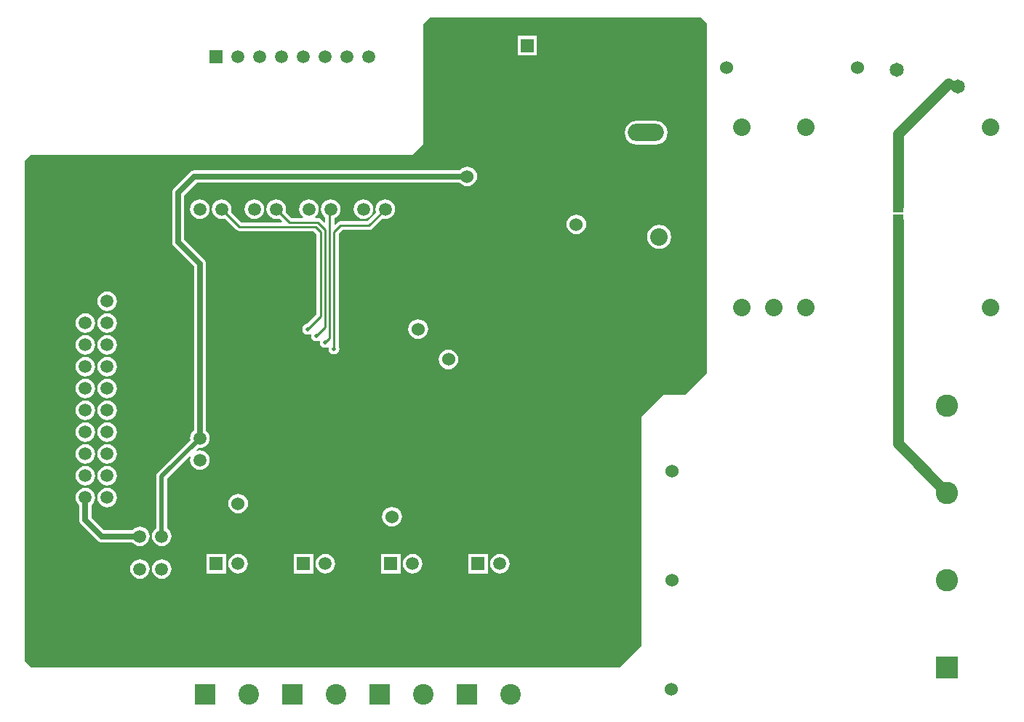
<source format=gbl>
%FSLAX25Y25*%
%MOIN*%
G70*
G01*
G75*
G04 Layer_Physical_Order=2*
G04 Layer_Color=16711680*
G04:AMPARAMS|DCode=10|XSize=78.74mil|YSize=177.16mil|CornerRadius=0mil|HoleSize=0mil|Usage=FLASHONLY|Rotation=45.000|XOffset=0mil|YOffset=0mil|HoleType=Round|Shape=Rectangle|*
%AMROTATEDRECTD10*
4,1,4,0.03480,-0.09048,-0.09048,0.03480,-0.03480,0.09048,0.09048,-0.03480,0.03480,-0.09048,0.0*
%
%ADD10ROTATEDRECTD10*%

%ADD11R,0.05500X0.04000*%
%ADD12O,0.06000X0.11024*%
%ADD13R,0.06000X0.11024*%
G04:AMPARAMS|DCode=14|XSize=74.8mil|YSize=129.92mil|CornerRadius=0mil|HoleSize=0mil|Usage=FLASHONLY|Rotation=0.000|XOffset=0mil|YOffset=0mil|HoleType=Round|Shape=Octagon|*
%AMOCTAGOND14*
4,1,8,-0.01870,0.06496,0.01870,0.06496,0.03740,0.04626,0.03740,-0.04626,0.01870,-0.06496,-0.01870,-0.06496,-0.03740,-0.04626,-0.03740,0.04626,-0.01870,0.06496,0.0*
%
%ADD14OCTAGOND14*%

%ADD15R,0.02756X0.07087*%
%ADD16R,0.02756X0.05315*%
%ADD17R,0.04000X0.05500*%
%ADD18R,0.06000X0.06000*%
%ADD19R,0.07500X0.10000*%
%ADD20R,0.03500X0.03000*%
%ADD21R,0.06000X0.10000*%
%ADD22R,0.10000X0.06000*%
%ADD23R,0.04725X0.13779*%
%ADD24R,0.04725X0.13779*%
%ADD25R,0.06299X0.01181*%
%ADD26R,0.01181X0.06299*%
%ADD27C,0.02500*%
%ADD28C,0.05000*%
%ADD29C,0.01200*%
%ADD30C,0.01000*%
%ADD31C,0.02000*%
%ADD32C,0.03000*%
%ADD33C,0.01500*%
%ADD34C,0.06000*%
%ADD35R,0.05906X0.05906*%
%ADD36C,0.05906*%
%ADD37C,0.06500*%
%ADD38O,0.07874X0.15748*%
%ADD39O,0.15748X0.07874*%
%ADD40O,0.16535X0.07874*%
%ADD41R,0.10236X0.10236*%
%ADD42C,0.10236*%
%ADD43R,0.09449X0.09449*%
%ADD44C,0.09449*%
%ADD45R,0.05906X0.05906*%
%ADD46C,0.08000*%
%ADD47C,0.02000*%
%ADD48R,0.05000X0.06000*%
G36*
X315000Y-5000D02*
Y-165000D01*
X305000Y-175000D01*
X295000D01*
X285000Y-185000D01*
Y-290000D01*
X275000Y-300000D01*
X5000D01*
X2039Y-297039D01*
Y-67961D01*
X5000Y-65000D01*
X180000D01*
X185000Y-60000D01*
Y-5000D01*
X187961Y-2039D01*
X312039D01*
X315000Y-5000D01*
D02*
G37*
%LPC*%
G36*
X40000Y-217674D02*
X38838Y-217827D01*
X37754Y-218276D01*
X36824Y-218990D01*
X36110Y-219920D01*
X35662Y-221003D01*
X35509Y-222165D01*
X35662Y-223328D01*
X36110Y-224411D01*
X36824Y-225341D01*
X37754Y-226055D01*
X38838Y-226503D01*
X40000Y-226657D01*
X41162Y-226503D01*
X42246Y-226055D01*
X43176Y-225341D01*
X43889Y-224411D01*
X44338Y-223328D01*
X44491Y-222165D01*
X44338Y-221003D01*
X43889Y-219920D01*
X43176Y-218990D01*
X42246Y-218276D01*
X41162Y-217827D01*
X40000Y-217674D01*
D02*
G37*
G36*
X30000Y-207674D02*
X28838Y-207827D01*
X27754Y-208276D01*
X26824Y-208990D01*
X26111Y-209920D01*
X25662Y-211003D01*
X25509Y-212165D01*
X25662Y-213328D01*
X26111Y-214411D01*
X26824Y-215341D01*
X27754Y-216055D01*
X28838Y-216504D01*
X30000Y-216656D01*
X31162Y-216504D01*
X32246Y-216055D01*
X33176Y-215341D01*
X33889Y-214411D01*
X34338Y-213328D01*
X34491Y-212165D01*
X34338Y-211003D01*
X33889Y-209920D01*
X33176Y-208990D01*
X32246Y-208276D01*
X31162Y-207827D01*
X30000Y-207674D01*
D02*
G37*
G36*
X100000Y-220461D02*
X98825Y-220616D01*
X97731Y-221069D01*
X96791Y-221791D01*
X96069Y-222731D01*
X95616Y-223825D01*
X95461Y-225000D01*
X95616Y-226175D01*
X96069Y-227269D01*
X96791Y-228209D01*
X97731Y-228931D01*
X98825Y-229384D01*
X100000Y-229539D01*
X101175Y-229384D01*
X102269Y-228931D01*
X103209Y-228209D01*
X103931Y-227269D01*
X104384Y-226175D01*
X104539Y-225000D01*
X104384Y-223825D01*
X103931Y-222731D01*
X103209Y-221791D01*
X102269Y-221069D01*
X101175Y-220616D01*
X100000Y-220461D01*
D02*
G37*
G36*
X30000Y-217674D02*
X28838Y-217827D01*
X27754Y-218276D01*
X26824Y-218990D01*
X26111Y-219920D01*
X25662Y-221003D01*
X25509Y-222165D01*
X25662Y-223328D01*
X26111Y-224411D01*
X26824Y-225341D01*
X27226Y-225650D01*
Y-232500D01*
X27321Y-233218D01*
X27483Y-233610D01*
X27598Y-233887D01*
X28039Y-234461D01*
X35539Y-241961D01*
X36113Y-242402D01*
X36390Y-242517D01*
X36782Y-242679D01*
X37500Y-242774D01*
X51516D01*
X51824Y-243176D01*
X52754Y-243889D01*
X53838Y-244338D01*
X55000Y-244491D01*
X56162Y-244338D01*
X57246Y-243889D01*
X58176Y-243176D01*
X58890Y-242246D01*
X59338Y-241162D01*
X59491Y-240000D01*
X59338Y-238838D01*
X58890Y-237754D01*
X58176Y-236824D01*
X57246Y-236110D01*
X56162Y-235662D01*
X55000Y-235509D01*
X53838Y-235662D01*
X52754Y-236110D01*
X51824Y-236824D01*
X51516Y-237226D01*
X38649D01*
X32774Y-231351D01*
Y-225650D01*
X33176Y-225341D01*
X33889Y-224411D01*
X34338Y-223328D01*
X34491Y-222165D01*
X34338Y-221003D01*
X33889Y-219920D01*
X33176Y-218990D01*
X32246Y-218276D01*
X31162Y-217827D01*
X30000Y-217674D01*
D02*
G37*
G36*
X170500Y-226461D02*
X169325Y-226616D01*
X168231Y-227069D01*
X167291Y-227791D01*
X166569Y-228731D01*
X166116Y-229825D01*
X165961Y-231000D01*
X166116Y-232175D01*
X166569Y-233269D01*
X167291Y-234209D01*
X168231Y-234931D01*
X169325Y-235384D01*
X170500Y-235539D01*
X171675Y-235384D01*
X172769Y-234931D01*
X173709Y-234209D01*
X174431Y-233269D01*
X174884Y-232175D01*
X175039Y-231000D01*
X174884Y-229825D01*
X174431Y-228731D01*
X173709Y-227791D01*
X172769Y-227069D01*
X171675Y-226616D01*
X170500Y-226461D01*
D02*
G37*
G36*
X30000Y-187674D02*
X28838Y-187827D01*
X27754Y-188276D01*
X26824Y-188990D01*
X26111Y-189920D01*
X25662Y-191003D01*
X25509Y-192165D01*
X25662Y-193328D01*
X26111Y-194411D01*
X26824Y-195341D01*
X27754Y-196055D01*
X28838Y-196503D01*
X30000Y-196657D01*
X31162Y-196503D01*
X32246Y-196055D01*
X33176Y-195341D01*
X33889Y-194411D01*
X34338Y-193328D01*
X34491Y-192165D01*
X34338Y-191003D01*
X33889Y-189920D01*
X33176Y-188990D01*
X32246Y-188276D01*
X31162Y-187827D01*
X30000Y-187674D01*
D02*
G37*
G36*
X40000D02*
X38838Y-187827D01*
X37754Y-188276D01*
X36824Y-188990D01*
X36110Y-189920D01*
X35662Y-191003D01*
X35509Y-192165D01*
X35662Y-193328D01*
X36110Y-194411D01*
X36824Y-195341D01*
X37754Y-196055D01*
X38838Y-196503D01*
X40000Y-196657D01*
X41162Y-196503D01*
X42246Y-196055D01*
X43176Y-195341D01*
X43889Y-194411D01*
X44338Y-193328D01*
X44491Y-192165D01*
X44338Y-191003D01*
X43889Y-189920D01*
X43176Y-188990D01*
X42246Y-188276D01*
X41162Y-187827D01*
X40000Y-187674D01*
D02*
G37*
G36*
Y-197674D02*
X38838Y-197827D01*
X37754Y-198276D01*
X36824Y-198990D01*
X36110Y-199920D01*
X35662Y-201003D01*
X35509Y-202165D01*
X35662Y-203328D01*
X36110Y-204411D01*
X36824Y-205341D01*
X37754Y-206055D01*
X38838Y-206504D01*
X40000Y-206657D01*
X41162Y-206504D01*
X42246Y-206055D01*
X43176Y-205341D01*
X43889Y-204411D01*
X44338Y-203328D01*
X44491Y-202165D01*
X44338Y-201003D01*
X43889Y-199920D01*
X43176Y-198990D01*
X42246Y-198276D01*
X41162Y-197827D01*
X40000Y-197674D01*
D02*
G37*
G36*
Y-207674D02*
X38838Y-207827D01*
X37754Y-208276D01*
X36824Y-208990D01*
X36110Y-209920D01*
X35662Y-211003D01*
X35509Y-212165D01*
X35662Y-213328D01*
X36110Y-214411D01*
X36824Y-215341D01*
X37754Y-216055D01*
X38838Y-216504D01*
X40000Y-216656D01*
X41162Y-216504D01*
X42246Y-216055D01*
X43176Y-215341D01*
X43889Y-214411D01*
X44338Y-213328D01*
X44491Y-212165D01*
X44338Y-211003D01*
X43889Y-209920D01*
X43176Y-208990D01*
X42246Y-208276D01*
X41162Y-207827D01*
X40000Y-207674D01*
D02*
G37*
G36*
X30000Y-197674D02*
X28838Y-197827D01*
X27754Y-198276D01*
X26824Y-198990D01*
X26111Y-199920D01*
X25662Y-201003D01*
X25509Y-202165D01*
X25662Y-203328D01*
X26111Y-204411D01*
X26824Y-205341D01*
X27754Y-206055D01*
X28838Y-206504D01*
X30000Y-206657D01*
X31162Y-206504D01*
X32246Y-206055D01*
X33176Y-205341D01*
X33889Y-204411D01*
X34338Y-203328D01*
X34491Y-202165D01*
X34338Y-201003D01*
X33889Y-199920D01*
X33176Y-198990D01*
X32246Y-198276D01*
X31162Y-197827D01*
X30000Y-197674D01*
D02*
G37*
G36*
X140000Y-248009D02*
X138838Y-248162D01*
X137754Y-248610D01*
X136824Y-249324D01*
X136110Y-250254D01*
X135662Y-251338D01*
X135509Y-252500D01*
X135662Y-253662D01*
X136110Y-254746D01*
X136824Y-255676D01*
X137754Y-256389D01*
X138838Y-256838D01*
X140000Y-256991D01*
X141162Y-256838D01*
X142246Y-256389D01*
X143176Y-255676D01*
X143889Y-254746D01*
X144338Y-253662D01*
X144491Y-252500D01*
X144338Y-251338D01*
X143889Y-250254D01*
X143176Y-249324D01*
X142246Y-248610D01*
X141162Y-248162D01*
X140000Y-248009D01*
D02*
G37*
G36*
X180000D02*
X178838Y-248162D01*
X177754Y-248610D01*
X176824Y-249324D01*
X176110Y-250254D01*
X175662Y-251338D01*
X175509Y-252500D01*
X175662Y-253662D01*
X176110Y-254746D01*
X176824Y-255676D01*
X177754Y-256389D01*
X178838Y-256838D01*
X180000Y-256991D01*
X181162Y-256838D01*
X182246Y-256389D01*
X183176Y-255676D01*
X183889Y-254746D01*
X184338Y-253662D01*
X184491Y-252500D01*
X184338Y-251338D01*
X183889Y-250254D01*
X183176Y-249324D01*
X182246Y-248610D01*
X181162Y-248162D01*
X180000Y-248009D01*
D02*
G37*
G36*
X100000D02*
X98838Y-248162D01*
X97754Y-248610D01*
X96824Y-249324D01*
X96110Y-250254D01*
X95662Y-251338D01*
X95509Y-252500D01*
X95662Y-253662D01*
X96110Y-254746D01*
X96824Y-255676D01*
X97754Y-256389D01*
X98838Y-256838D01*
X100000Y-256991D01*
X101162Y-256838D01*
X102246Y-256389D01*
X103176Y-255676D01*
X103890Y-254746D01*
X104338Y-253662D01*
X104491Y-252500D01*
X104338Y-251338D01*
X103890Y-250254D01*
X103176Y-249324D01*
X102246Y-248610D01*
X101162Y-248162D01*
X100000Y-248009D01*
D02*
G37*
G36*
X55000Y-250509D02*
X53838Y-250662D01*
X52754Y-251111D01*
X51824Y-251824D01*
X51111Y-252754D01*
X50662Y-253838D01*
X50509Y-255000D01*
X50662Y-256162D01*
X51111Y-257246D01*
X51824Y-258176D01*
X52754Y-258890D01*
X53838Y-259338D01*
X55000Y-259491D01*
X56162Y-259338D01*
X57246Y-258890D01*
X58176Y-258176D01*
X58890Y-257246D01*
X59338Y-256162D01*
X59491Y-255000D01*
X59338Y-253838D01*
X58890Y-252754D01*
X58176Y-251824D01*
X57246Y-251111D01*
X56162Y-250662D01*
X55000Y-250509D01*
D02*
G37*
G36*
X65000D02*
X63838Y-250662D01*
X62754Y-251111D01*
X61824Y-251824D01*
X61111Y-252754D01*
X60662Y-253838D01*
X60509Y-255000D01*
X60662Y-256162D01*
X61111Y-257246D01*
X61824Y-258176D01*
X62754Y-258890D01*
X63838Y-259338D01*
X65000Y-259491D01*
X66162Y-259338D01*
X67246Y-258890D01*
X68176Y-258176D01*
X68889Y-257246D01*
X69338Y-256162D01*
X69491Y-255000D01*
X69338Y-253838D01*
X68889Y-252754D01*
X68176Y-251824D01*
X67246Y-251111D01*
X66162Y-250662D01*
X65000Y-250509D01*
D02*
G37*
G36*
X174453Y-248047D02*
X165547D01*
Y-256953D01*
X174453D01*
Y-248047D01*
D02*
G37*
G36*
X214453D02*
X205547D01*
Y-256953D01*
X214453D01*
Y-248047D01*
D02*
G37*
G36*
X134453D02*
X125547D01*
Y-256953D01*
X134453D01*
Y-248047D01*
D02*
G37*
G36*
X220000Y-248009D02*
X218838Y-248162D01*
X217754Y-248610D01*
X216824Y-249324D01*
X216110Y-250254D01*
X215662Y-251338D01*
X215509Y-252500D01*
X215662Y-253662D01*
X216110Y-254746D01*
X216824Y-255676D01*
X217754Y-256389D01*
X218838Y-256838D01*
X220000Y-256991D01*
X221162Y-256838D01*
X222246Y-256389D01*
X223176Y-255676D01*
X223889Y-254746D01*
X224338Y-253662D01*
X224491Y-252500D01*
X224338Y-251338D01*
X223889Y-250254D01*
X223176Y-249324D01*
X222246Y-248610D01*
X221162Y-248162D01*
X220000Y-248009D01*
D02*
G37*
G36*
X94453Y-248047D02*
X85547D01*
Y-256953D01*
X94453D01*
Y-248047D01*
D02*
G37*
G36*
X30000Y-177674D02*
X28838Y-177827D01*
X27754Y-178276D01*
X26824Y-178990D01*
X26111Y-179920D01*
X25662Y-181003D01*
X25509Y-182165D01*
X25662Y-183328D01*
X26111Y-184411D01*
X26824Y-185341D01*
X27754Y-186055D01*
X28838Y-186504D01*
X30000Y-186656D01*
X31162Y-186504D01*
X32246Y-186055D01*
X33176Y-185341D01*
X33889Y-184411D01*
X34338Y-183328D01*
X34491Y-182165D01*
X34338Y-181003D01*
X33889Y-179920D01*
X33176Y-178990D01*
X32246Y-178276D01*
X31162Y-177827D01*
X30000Y-177674D01*
D02*
G37*
G36*
X167500Y-85509D02*
X166338Y-85662D01*
X165254Y-86111D01*
X164324Y-86824D01*
X163610Y-87754D01*
X163162Y-88838D01*
X163009Y-90000D01*
X163162Y-91162D01*
X163247Y-91369D01*
X159155Y-95461D01*
X147000D01*
X146220Y-95616D01*
X145558Y-96058D01*
X144501Y-97115D01*
X144039Y-96924D01*
Y-94182D01*
X144746Y-93889D01*
X145676Y-93176D01*
X146389Y-92246D01*
X146838Y-91162D01*
X146991Y-90000D01*
X146838Y-88838D01*
X146389Y-87754D01*
X145676Y-86824D01*
X144746Y-86111D01*
X143662Y-85662D01*
X142500Y-85509D01*
X141338Y-85662D01*
X140254Y-86111D01*
X139324Y-86824D01*
X138610Y-87754D01*
X138162Y-88838D01*
X138009Y-90000D01*
X138162Y-91162D01*
X138610Y-92246D01*
X139324Y-93176D01*
X139961Y-93664D01*
Y-95924D01*
X139499Y-96115D01*
X137942Y-94558D01*
X137280Y-94116D01*
X136500Y-93961D01*
X135430D01*
X135270Y-93487D01*
X135676Y-93176D01*
X136390Y-92246D01*
X136838Y-91162D01*
X136991Y-90000D01*
X136838Y-88838D01*
X136390Y-87754D01*
X135676Y-86824D01*
X134746Y-86111D01*
X133662Y-85662D01*
X132500Y-85509D01*
X131338Y-85662D01*
X130254Y-86111D01*
X129324Y-86824D01*
X128611Y-87754D01*
X128162Y-88838D01*
X128009Y-90000D01*
X128162Y-91162D01*
X128611Y-92246D01*
X129324Y-93176D01*
X129730Y-93487D01*
X129570Y-93961D01*
X124345D01*
X121753Y-91369D01*
X121838Y-91162D01*
X121991Y-90000D01*
X121838Y-88838D01*
X121389Y-87754D01*
X120676Y-86824D01*
X119746Y-86111D01*
X118662Y-85662D01*
X117500Y-85509D01*
X116338Y-85662D01*
X115254Y-86111D01*
X114324Y-86824D01*
X113610Y-87754D01*
X113162Y-88838D01*
X113009Y-90000D01*
X113162Y-91162D01*
X113610Y-92246D01*
X114324Y-93176D01*
X115254Y-93889D01*
X116338Y-94338D01*
X117500Y-94491D01*
X118662Y-94338D01*
X118869Y-94253D01*
X120115Y-95499D01*
X119924Y-95961D01*
X101345D01*
X96753Y-91369D01*
X96838Y-91162D01*
X96991Y-90000D01*
X96838Y-88838D01*
X96390Y-87754D01*
X95676Y-86824D01*
X94746Y-86111D01*
X93662Y-85662D01*
X92500Y-85509D01*
X91338Y-85662D01*
X90254Y-86111D01*
X89324Y-86824D01*
X88611Y-87754D01*
X88162Y-88838D01*
X88009Y-90000D01*
X88162Y-91162D01*
X88611Y-92246D01*
X89324Y-93176D01*
X90254Y-93889D01*
X91338Y-94338D01*
X92500Y-94491D01*
X93662Y-94338D01*
X93869Y-94253D01*
X99058Y-99442D01*
X99720Y-99884D01*
X100500Y-100039D01*
X134655D01*
X135961Y-101345D01*
Y-138155D01*
X131582Y-142534D01*
X131025Y-142645D01*
X130198Y-143198D01*
X129645Y-144025D01*
X129451Y-145000D01*
X129645Y-145975D01*
X130198Y-146802D01*
X131025Y-147355D01*
X132000Y-147549D01*
X132975Y-147355D01*
X133129Y-147253D01*
X133544Y-147530D01*
X133451Y-148000D01*
X133645Y-148976D01*
X134198Y-149802D01*
X135024Y-150355D01*
X136000Y-150549D01*
X136976Y-150355D01*
X137129Y-150252D01*
X137544Y-150530D01*
X137451Y-151000D01*
X137645Y-151976D01*
X138198Y-152802D01*
X139024Y-153355D01*
X140000Y-153549D01*
X140975Y-153355D01*
X141129Y-153252D01*
X141544Y-153530D01*
X141451Y-154000D01*
X141645Y-154975D01*
X142198Y-155802D01*
X143025Y-156355D01*
X144000Y-156549D01*
X144975Y-156355D01*
X145802Y-155802D01*
X146355Y-154975D01*
X146549Y-154000D01*
X146355Y-153024D01*
X146039Y-152552D01*
Y-101345D01*
X147845Y-99539D01*
X160000D01*
X160780Y-99384D01*
X161442Y-98942D01*
X166131Y-94253D01*
X166338Y-94338D01*
X167500Y-94491D01*
X168662Y-94338D01*
X169746Y-93889D01*
X170676Y-93176D01*
X171389Y-92246D01*
X171838Y-91162D01*
X171991Y-90000D01*
X171838Y-88838D01*
X171389Y-87754D01*
X170676Y-86824D01*
X169746Y-86111D01*
X168662Y-85662D01*
X167500Y-85509D01*
D02*
G37*
G36*
X82500D02*
X81338Y-85662D01*
X80254Y-86111D01*
X79324Y-86824D01*
X78610Y-87754D01*
X78162Y-88838D01*
X78009Y-90000D01*
X78162Y-91162D01*
X78610Y-92246D01*
X79324Y-93176D01*
X80254Y-93889D01*
X81338Y-94338D01*
X82500Y-94491D01*
X83662Y-94338D01*
X84746Y-93889D01*
X85676Y-93176D01*
X86389Y-92246D01*
X86838Y-91162D01*
X86991Y-90000D01*
X86838Y-88838D01*
X86389Y-87754D01*
X85676Y-86824D01*
X84746Y-86111D01*
X83662Y-85662D01*
X82500Y-85509D01*
D02*
G37*
G36*
X255000Y-92461D02*
X253825Y-92616D01*
X252731Y-93069D01*
X251791Y-93791D01*
X251069Y-94731D01*
X250616Y-95825D01*
X250461Y-97000D01*
X250616Y-98175D01*
X251069Y-99269D01*
X251791Y-100209D01*
X252731Y-100931D01*
X253825Y-101384D01*
X255000Y-101539D01*
X256175Y-101384D01*
X257269Y-100931D01*
X258209Y-100209D01*
X258931Y-99269D01*
X259384Y-98175D01*
X259539Y-97000D01*
X259384Y-95825D01*
X258931Y-94731D01*
X258209Y-93791D01*
X257269Y-93069D01*
X256175Y-92616D01*
X255000Y-92461D01*
D02*
G37*
G36*
X40000Y-127674D02*
X38838Y-127827D01*
X37754Y-128276D01*
X36824Y-128990D01*
X36110Y-129920D01*
X35662Y-131003D01*
X35509Y-132165D01*
X35662Y-133328D01*
X36110Y-134411D01*
X36824Y-135341D01*
X37754Y-136055D01*
X38838Y-136504D01*
X40000Y-136656D01*
X41162Y-136504D01*
X42246Y-136055D01*
X43176Y-135341D01*
X43889Y-134411D01*
X44338Y-133328D01*
X44491Y-132165D01*
X44338Y-131003D01*
X43889Y-129920D01*
X43176Y-128990D01*
X42246Y-128276D01*
X41162Y-127827D01*
X40000Y-127674D01*
D02*
G37*
G36*
X293000Y-97110D02*
X291564Y-97299D01*
X290227Y-97853D01*
X289078Y-98735D01*
X288196Y-99884D01*
X287642Y-101222D01*
X287453Y-102657D01*
X287642Y-104093D01*
X288196Y-105431D01*
X289078Y-106580D01*
X290227Y-107462D01*
X291564Y-108016D01*
X293000Y-108205D01*
X294436Y-108016D01*
X295774Y-107462D01*
X296923Y-106580D01*
X297804Y-105431D01*
X298359Y-104093D01*
X298548Y-102657D01*
X298359Y-101222D01*
X297804Y-99884D01*
X296923Y-98735D01*
X295774Y-97853D01*
X294436Y-97299D01*
X293000Y-97110D01*
D02*
G37*
G36*
X291331Y-49453D02*
X282669D01*
X281250Y-49640D01*
X279927Y-50188D01*
X278792Y-51059D01*
X277920Y-52195D01*
X277372Y-53518D01*
X277185Y-54937D01*
X277372Y-56356D01*
X277920Y-57679D01*
X278792Y-58815D01*
X279927Y-59686D01*
X281250Y-60234D01*
X282669Y-60421D01*
X291331D01*
X292750Y-60234D01*
X294073Y-59686D01*
X295208Y-58815D01*
X296080Y-57679D01*
X296628Y-56356D01*
X296815Y-54937D01*
X296628Y-53518D01*
X296080Y-52195D01*
X295208Y-51059D01*
X294073Y-50188D01*
X292750Y-49640D01*
X291331Y-49453D01*
D02*
G37*
G36*
X236953Y-10547D02*
X228047D01*
Y-19453D01*
X236953D01*
Y-10547D01*
D02*
G37*
G36*
X205000Y-70461D02*
X203825Y-70616D01*
X202731Y-71069D01*
X201791Y-71791D01*
X201456Y-72226D01*
X80000D01*
X79282Y-72321D01*
X78890Y-72483D01*
X78613Y-72598D01*
X78039Y-73039D01*
X70539Y-80539D01*
X70098Y-81113D01*
X69983Y-81390D01*
X69821Y-81782D01*
X69726Y-82500D01*
Y-105000D01*
X69821Y-105718D01*
X69983Y-106110D01*
X70098Y-106387D01*
X70539Y-106961D01*
X79726Y-116149D01*
Y-191516D01*
X79324Y-191824D01*
X78610Y-192754D01*
X78162Y-193838D01*
X78009Y-195000D01*
X78112Y-195783D01*
X63198Y-210698D01*
X62645Y-211525D01*
X62451Y-212500D01*
Y-236343D01*
X61824Y-236824D01*
X61111Y-237754D01*
X60662Y-238838D01*
X60509Y-240000D01*
X60662Y-241162D01*
X61111Y-242246D01*
X61824Y-243176D01*
X62754Y-243889D01*
X63838Y-244338D01*
X65000Y-244491D01*
X66162Y-244338D01*
X67246Y-243889D01*
X68176Y-243176D01*
X68889Y-242246D01*
X69338Y-241162D01*
X69491Y-240000D01*
X69338Y-238838D01*
X68889Y-237754D01*
X68176Y-236824D01*
X67549Y-236343D01*
Y-213556D01*
X77888Y-203217D01*
X78304Y-203494D01*
X78162Y-203838D01*
X78009Y-205000D01*
X78162Y-206162D01*
X78610Y-207246D01*
X79324Y-208176D01*
X80254Y-208890D01*
X81338Y-209338D01*
X82500Y-209491D01*
X83662Y-209338D01*
X84746Y-208890D01*
X85676Y-208176D01*
X86389Y-207246D01*
X86838Y-206162D01*
X86991Y-205000D01*
X86838Y-203838D01*
X86389Y-202754D01*
X85676Y-201824D01*
X84746Y-201111D01*
X83662Y-200662D01*
X82500Y-200509D01*
X81338Y-200662D01*
X80994Y-200804D01*
X80716Y-200388D01*
X81717Y-199388D01*
X82500Y-199491D01*
X83662Y-199338D01*
X84746Y-198890D01*
X85676Y-198176D01*
X86389Y-197246D01*
X86838Y-196162D01*
X86991Y-195000D01*
X86838Y-193838D01*
X86389Y-192754D01*
X85676Y-191824D01*
X85274Y-191516D01*
Y-115000D01*
X85179Y-114282D01*
X84902Y-113613D01*
X84461Y-113039D01*
X75274Y-103851D01*
Y-83649D01*
X81149Y-77774D01*
X201456D01*
X201791Y-78209D01*
X202731Y-78931D01*
X203825Y-79384D01*
X205000Y-79539D01*
X206175Y-79384D01*
X207269Y-78931D01*
X208209Y-78209D01*
X208931Y-77269D01*
X209384Y-76175D01*
X209539Y-75000D01*
X209384Y-73825D01*
X208931Y-72731D01*
X208209Y-71791D01*
X207269Y-71069D01*
X206175Y-70616D01*
X205000Y-70461D01*
D02*
G37*
G36*
X107500Y-85509D02*
X106338Y-85662D01*
X105254Y-86111D01*
X104324Y-86824D01*
X103611Y-87754D01*
X103162Y-88838D01*
X103009Y-90000D01*
X103162Y-91162D01*
X103611Y-92246D01*
X104324Y-93176D01*
X105254Y-93889D01*
X106338Y-94338D01*
X107500Y-94491D01*
X108662Y-94338D01*
X109746Y-93889D01*
X110676Y-93176D01*
X111390Y-92246D01*
X111838Y-91162D01*
X111991Y-90000D01*
X111838Y-88838D01*
X111390Y-87754D01*
X110676Y-86824D01*
X109746Y-86111D01*
X108662Y-85662D01*
X107500Y-85509D01*
D02*
G37*
G36*
X157500D02*
X156338Y-85662D01*
X155254Y-86111D01*
X154324Y-86824D01*
X153611Y-87754D01*
X153162Y-88838D01*
X153009Y-90000D01*
X153162Y-91162D01*
X153611Y-92246D01*
X154324Y-93176D01*
X155254Y-93889D01*
X156338Y-94338D01*
X157500Y-94491D01*
X158662Y-94338D01*
X159746Y-93889D01*
X160676Y-93176D01*
X161390Y-92246D01*
X161838Y-91162D01*
X161991Y-90000D01*
X161838Y-88838D01*
X161390Y-87754D01*
X160676Y-86824D01*
X159746Y-86111D01*
X158662Y-85662D01*
X157500Y-85509D01*
D02*
G37*
G36*
X40000Y-137674D02*
X38838Y-137827D01*
X37754Y-138276D01*
X36824Y-138990D01*
X36110Y-139920D01*
X35662Y-141003D01*
X35509Y-142165D01*
X35662Y-143328D01*
X36110Y-144411D01*
X36824Y-145341D01*
X37754Y-146055D01*
X38838Y-146503D01*
X40000Y-146657D01*
X41162Y-146503D01*
X42246Y-146055D01*
X43176Y-145341D01*
X43889Y-144411D01*
X44338Y-143328D01*
X44491Y-142165D01*
X44338Y-141003D01*
X43889Y-139920D01*
X43176Y-138990D01*
X42246Y-138276D01*
X41162Y-137827D01*
X40000Y-137674D01*
D02*
G37*
G36*
X30000Y-157674D02*
X28838Y-157827D01*
X27754Y-158276D01*
X26824Y-158990D01*
X26111Y-159920D01*
X25662Y-161003D01*
X25509Y-162165D01*
X25662Y-163328D01*
X26111Y-164411D01*
X26824Y-165341D01*
X27754Y-166055D01*
X28838Y-166504D01*
X30000Y-166656D01*
X31162Y-166504D01*
X32246Y-166055D01*
X33176Y-165341D01*
X33889Y-164411D01*
X34338Y-163328D01*
X34491Y-162165D01*
X34338Y-161003D01*
X33889Y-159920D01*
X33176Y-158990D01*
X32246Y-158276D01*
X31162Y-157827D01*
X30000Y-157674D01*
D02*
G37*
G36*
X40000D02*
X38838Y-157827D01*
X37754Y-158276D01*
X36824Y-158990D01*
X36110Y-159920D01*
X35662Y-161003D01*
X35509Y-162165D01*
X35662Y-163328D01*
X36110Y-164411D01*
X36824Y-165341D01*
X37754Y-166055D01*
X38838Y-166504D01*
X40000Y-166656D01*
X41162Y-166504D01*
X42246Y-166055D01*
X43176Y-165341D01*
X43889Y-164411D01*
X44338Y-163328D01*
X44491Y-162165D01*
X44338Y-161003D01*
X43889Y-159920D01*
X43176Y-158990D01*
X42246Y-158276D01*
X41162Y-157827D01*
X40000Y-157674D01*
D02*
G37*
G36*
Y-167674D02*
X38838Y-167827D01*
X37754Y-168276D01*
X36824Y-168990D01*
X36110Y-169920D01*
X35662Y-171003D01*
X35509Y-172165D01*
X35662Y-173328D01*
X36110Y-174411D01*
X36824Y-175341D01*
X37754Y-176055D01*
X38838Y-176504D01*
X40000Y-176656D01*
X41162Y-176504D01*
X42246Y-176055D01*
X43176Y-175341D01*
X43889Y-174411D01*
X44338Y-173328D01*
X44491Y-172165D01*
X44338Y-171003D01*
X43889Y-169920D01*
X43176Y-168990D01*
X42246Y-168276D01*
X41162Y-167827D01*
X40000Y-167674D01*
D02*
G37*
G36*
Y-177674D02*
X38838Y-177827D01*
X37754Y-178276D01*
X36824Y-178990D01*
X36110Y-179920D01*
X35662Y-181003D01*
X35509Y-182165D01*
X35662Y-183328D01*
X36110Y-184411D01*
X36824Y-185341D01*
X37754Y-186055D01*
X38838Y-186504D01*
X40000Y-186656D01*
X41162Y-186504D01*
X42246Y-186055D01*
X43176Y-185341D01*
X43889Y-184411D01*
X44338Y-183328D01*
X44491Y-182165D01*
X44338Y-181003D01*
X43889Y-179920D01*
X43176Y-178990D01*
X42246Y-178276D01*
X41162Y-177827D01*
X40000Y-177674D01*
D02*
G37*
G36*
X30000Y-167674D02*
X28838Y-167827D01*
X27754Y-168276D01*
X26824Y-168990D01*
X26111Y-169920D01*
X25662Y-171003D01*
X25509Y-172165D01*
X25662Y-173328D01*
X26111Y-174411D01*
X26824Y-175341D01*
X27754Y-176055D01*
X28838Y-176504D01*
X30000Y-176656D01*
X31162Y-176504D01*
X32246Y-176055D01*
X33176Y-175341D01*
X33889Y-174411D01*
X34338Y-173328D01*
X34491Y-172165D01*
X34338Y-171003D01*
X33889Y-169920D01*
X33176Y-168990D01*
X32246Y-168276D01*
X31162Y-167827D01*
X30000Y-167674D01*
D02*
G37*
G36*
X182500Y-140461D02*
X181325Y-140616D01*
X180231Y-141069D01*
X179291Y-141791D01*
X178569Y-142731D01*
X178116Y-143825D01*
X177961Y-145000D01*
X178116Y-146175D01*
X178569Y-147269D01*
X179291Y-148209D01*
X180231Y-148931D01*
X181325Y-149384D01*
X182500Y-149539D01*
X183675Y-149384D01*
X184769Y-148931D01*
X185709Y-148209D01*
X186431Y-147269D01*
X186884Y-146175D01*
X187039Y-145000D01*
X186884Y-143825D01*
X186431Y-142731D01*
X185709Y-141791D01*
X184769Y-141069D01*
X183675Y-140616D01*
X182500Y-140461D01*
D02*
G37*
G36*
X30000Y-137674D02*
X28838Y-137827D01*
X27754Y-138276D01*
X26824Y-138990D01*
X26111Y-139920D01*
X25662Y-141003D01*
X25509Y-142165D01*
X25662Y-143328D01*
X26111Y-144411D01*
X26824Y-145341D01*
X27754Y-146055D01*
X28838Y-146503D01*
X30000Y-146657D01*
X31162Y-146503D01*
X32246Y-146055D01*
X33176Y-145341D01*
X33889Y-144411D01*
X34338Y-143328D01*
X34491Y-142165D01*
X34338Y-141003D01*
X33889Y-139920D01*
X33176Y-138990D01*
X32246Y-138276D01*
X31162Y-137827D01*
X30000Y-137674D01*
D02*
G37*
G36*
X40000Y-147674D02*
X38838Y-147827D01*
X37754Y-148276D01*
X36824Y-148990D01*
X36110Y-149920D01*
X35662Y-151003D01*
X35509Y-152165D01*
X35662Y-153328D01*
X36110Y-154411D01*
X36824Y-155341D01*
X37754Y-156055D01*
X38838Y-156503D01*
X40000Y-156657D01*
X41162Y-156503D01*
X42246Y-156055D01*
X43176Y-155341D01*
X43889Y-154411D01*
X44338Y-153328D01*
X44491Y-152165D01*
X44338Y-151003D01*
X43889Y-149920D01*
X43176Y-148990D01*
X42246Y-148276D01*
X41162Y-147827D01*
X40000Y-147674D01*
D02*
G37*
G36*
X196419Y-154381D02*
X195245Y-154535D01*
X194150Y-154989D01*
X193210Y-155710D01*
X192489Y-156650D01*
X192035Y-157745D01*
X191881Y-158919D01*
X192035Y-160094D01*
X192489Y-161189D01*
X193210Y-162129D01*
X194150Y-162850D01*
X195245Y-163304D01*
X196419Y-163458D01*
X197594Y-163304D01*
X198689Y-162850D01*
X199629Y-162129D01*
X200350Y-161189D01*
X200804Y-160094D01*
X200958Y-158919D01*
X200804Y-157745D01*
X200350Y-156650D01*
X199629Y-155710D01*
X198689Y-154989D01*
X197594Y-154535D01*
X196419Y-154381D01*
D02*
G37*
G36*
X30000Y-147674D02*
X28838Y-147827D01*
X27754Y-148276D01*
X26824Y-148990D01*
X26111Y-149920D01*
X25662Y-151003D01*
X25509Y-152165D01*
X25662Y-153328D01*
X26111Y-154411D01*
X26824Y-155341D01*
X27754Y-156055D01*
X28838Y-156503D01*
X30000Y-156657D01*
X31162Y-156503D01*
X32246Y-156055D01*
X33176Y-155341D01*
X33889Y-154411D01*
X34338Y-153328D01*
X34491Y-152165D01*
X34338Y-151003D01*
X33889Y-149920D01*
X33176Y-148990D01*
X32246Y-148276D01*
X31162Y-147827D01*
X30000Y-147674D01*
D02*
G37*
%LPD*%
D18*
X215000Y-296000D02*
D03*
X175000D02*
D03*
X135000D02*
D03*
X95000D02*
D03*
D27*
X80000Y-75000D02*
X205000D01*
X72500Y-82500D02*
X80000Y-75000D01*
X72500Y-105000D02*
Y-82500D01*
Y-105000D02*
X82500Y-115000D01*
Y-195000D02*
Y-115000D01*
X37500Y-240000D02*
X55000D01*
X30000Y-232500D02*
X37500Y-240000D01*
X30000Y-232500D02*
Y-222165D01*
D28*
X402500Y-88500D02*
Y-55500D01*
X425500Y-32500D01*
X402500Y-197500D02*
Y-95500D01*
Y-197500D02*
X425000Y-220000D01*
D30*
X138000Y-139000D02*
Y-100500D01*
X132000Y-145000D02*
X138000Y-139000D01*
X142000Y-149000D02*
Y-90500D01*
X140000Y-151000D02*
X142000Y-149000D01*
X140000Y-144000D02*
Y-99500D01*
X136000Y-148000D02*
X140000Y-144000D01*
X144000Y-100500D02*
X147000Y-97500D01*
X160000D01*
X167500Y-90000D01*
X117500D02*
X123500Y-96000D01*
X92500Y-90000D02*
X100500Y-98000D01*
X136500Y-96000D02*
X140000Y-99500D01*
X123500Y-96000D02*
X136500D01*
X135500Y-98000D02*
X138000Y-100500D01*
X100500Y-98000D02*
X135500D01*
X144000Y-154000D02*
Y-100500D01*
D31*
X65000Y-212500D02*
X82500Y-195000D01*
X65000Y-240000D02*
Y-212500D01*
D34*
X182500Y-145000D02*
D03*
X196419Y-158919D02*
D03*
X25000Y-250000D02*
D03*
Y-100000D02*
D03*
X299000Y-210000D02*
D03*
Y-260000D02*
D03*
X298500Y-310000D02*
D03*
X170500Y-231000D02*
D03*
X100000Y-225000D02*
D03*
X205000Y-75000D02*
D03*
X255000Y-97000D02*
D03*
X384000Y-25000D02*
D03*
X324000D02*
D03*
X225000Y-100000D02*
D03*
X240000Y-245000D02*
D03*
D35*
X210000Y-252500D02*
D03*
X170000D02*
D03*
X130000D02*
D03*
X90000D02*
D03*
X232500Y-15000D02*
D03*
X90000Y-20000D02*
D03*
D36*
X220000Y-252500D02*
D03*
X180000D02*
D03*
X140000D02*
D03*
X100000D02*
D03*
X167500Y-90000D02*
D03*
X157500D02*
D03*
X132500D02*
D03*
X142500D02*
D03*
X117500D02*
D03*
X107500D02*
D03*
X82500D02*
D03*
X92500D02*
D03*
X65000Y-255000D02*
D03*
X55000D02*
D03*
X242500Y-15000D02*
D03*
X40000Y-222165D02*
D03*
X30000D02*
D03*
X40000Y-212165D02*
D03*
X30000D02*
D03*
X40000Y-202165D02*
D03*
X30000D02*
D03*
X40000Y-192165D02*
D03*
X30000D02*
D03*
X40000Y-182165D02*
D03*
X30000D02*
D03*
X40000Y-172165D02*
D03*
X30000D02*
D03*
X40000Y-162165D02*
D03*
X30000D02*
D03*
X40000Y-152165D02*
D03*
X30000D02*
D03*
X40000Y-142165D02*
D03*
X30000D02*
D03*
X40000Y-132165D02*
D03*
X82500Y-205000D02*
D03*
Y-195000D02*
D03*
X65000Y-240000D02*
D03*
X55000D02*
D03*
X100000Y-20000D02*
D03*
X110000D02*
D03*
X120000D02*
D03*
X130000D02*
D03*
X140000D02*
D03*
X150000D02*
D03*
X160000D02*
D03*
D37*
X430000Y-33750D02*
D03*
X402000Y-26250D02*
D03*
D38*
X267315Y-42339D02*
D03*
D39*
X287000Y-30528D02*
D03*
D40*
Y-54937D02*
D03*
D41*
X425000Y-300000D02*
D03*
D42*
Y-260000D02*
D03*
Y-180000D02*
D03*
Y-220000D02*
D03*
D43*
X205000Y-312500D02*
D03*
X165000D02*
D03*
X125000D02*
D03*
X85000D02*
D03*
D44*
X225000D02*
D03*
X185000D02*
D03*
X145000D02*
D03*
X105000D02*
D03*
D45*
X30000Y-132165D02*
D03*
D46*
X293000Y-122343D02*
D03*
X293000Y-102657D02*
D03*
X445000Y-52323D02*
D03*
X360355Y-52323D02*
D03*
X330827Y-52323D02*
D03*
X330827Y-135000D02*
D03*
X445000Y-135000D02*
D03*
X345591Y-135000D02*
D03*
X360355Y-135000D02*
D03*
D47*
X195000Y-235000D02*
D03*
X80000Y-220000D02*
D03*
X70000Y-75000D02*
D03*
X75000Y-125000D02*
D03*
X190000Y-65000D02*
D03*
X275000Y-100000D02*
D03*
X200000Y-25000D02*
D03*
X225000D02*
D03*
X10000Y-275000D02*
D03*
Y-250000D02*
D03*
Y-225000D02*
D03*
Y-200000D02*
D03*
Y-175000D02*
D03*
Y-150000D02*
D03*
X55000Y-188000D02*
D03*
X65000Y-178000D02*
D03*
X75000Y-168000D02*
D03*
X132000Y-145000D02*
D03*
X25000Y-75000D02*
D03*
X60000Y-235000D02*
D03*
X92500Y-187500D02*
D03*
X155000Y-202000D02*
D03*
X147000D02*
D03*
X163000D02*
D03*
X147000Y-194000D02*
D03*
X155000D02*
D03*
X163000D02*
D03*
X147000Y-186000D02*
D03*
X155000D02*
D03*
X163000D02*
D03*
X136000Y-148000D02*
D03*
X140000Y-151000D02*
D03*
X144000Y-154000D02*
D03*
X110000Y-250000D02*
D03*
X120000D02*
D03*
X115000Y-255000D02*
D03*
Y-267500D02*
D03*
Y-275000D02*
D03*
Y-287500D02*
D03*
X155000Y-275000D02*
D03*
Y-287500D02*
D03*
Y-267500D02*
D03*
Y-255000D02*
D03*
X150000Y-250000D02*
D03*
X160000D02*
D03*
X155000Y-245000D02*
D03*
X190000Y-250000D02*
D03*
X200000D02*
D03*
X195000Y-255000D02*
D03*
Y-267500D02*
D03*
Y-275000D02*
D03*
Y-287500D02*
D03*
X192500Y-190500D02*
D03*
X172000Y-176000D02*
D03*
X130000Y-175000D02*
D03*
X117500Y-165000D02*
D03*
X105000D02*
D03*
X90000D02*
D03*
X102500Y-187500D02*
D03*
X95000Y-210000D02*
D03*
X115000D02*
D03*
X128500Y-201000D02*
D03*
X174000Y-211500D02*
D03*
X191000Y-218000D02*
D03*
X177500Y-235000D02*
D03*
X136000Y-210000D02*
D03*
X197500Y-180000D02*
D03*
X10000Y-295000D02*
D03*
X25000Y-275000D02*
D03*
X50000Y-295000D02*
D03*
X25000D02*
D03*
X75000D02*
D03*
X60000Y-275000D02*
D03*
X100000Y-235000D02*
D03*
X60000Y-250000D02*
D03*
X120000Y-230000D02*
D03*
X80000Y-250000D02*
D03*
X300000Y-150000D02*
D03*
X275000D02*
D03*
X250000Y-125000D02*
D03*
Y-150000D02*
D03*
X225000D02*
D03*
X275000Y-175000D02*
D03*
X250000D02*
D03*
X225000Y-125000D02*
D03*
X200000D02*
D03*
Y-100000D02*
D03*
X235000Y-65000D02*
D03*
X275000Y-25000D02*
D03*
X288000Y-68000D02*
D03*
X175000Y-125000D02*
D03*
X125000D02*
D03*
X150000D02*
D03*
X100000D02*
D03*
X50000D02*
D03*
Y-100000D02*
D03*
X80000Y-235000D02*
D03*
X275000Y-275000D02*
D03*
Y-295000D02*
D03*
X250000D02*
D03*
Y-275000D02*
D03*
X275000Y-250000D02*
D03*
X250000Y-225000D02*
D03*
X275000Y-215000D02*
D03*
X250000Y-200000D02*
D03*
X140000Y-230000D02*
D03*
X10000Y-100000D02*
D03*
Y-125000D02*
D03*
Y-75000D02*
D03*
X170000Y-145000D02*
D03*
X51000Y-223500D02*
D03*
X305000Y-90000D02*
D03*
Y-75000D02*
D03*
Y-25000D02*
D03*
Y-50000D02*
D03*
X50000Y-75000D02*
D03*
D48*
X402500Y-88500D02*
D03*
Y-95500D02*
D03*
M02*

</source>
